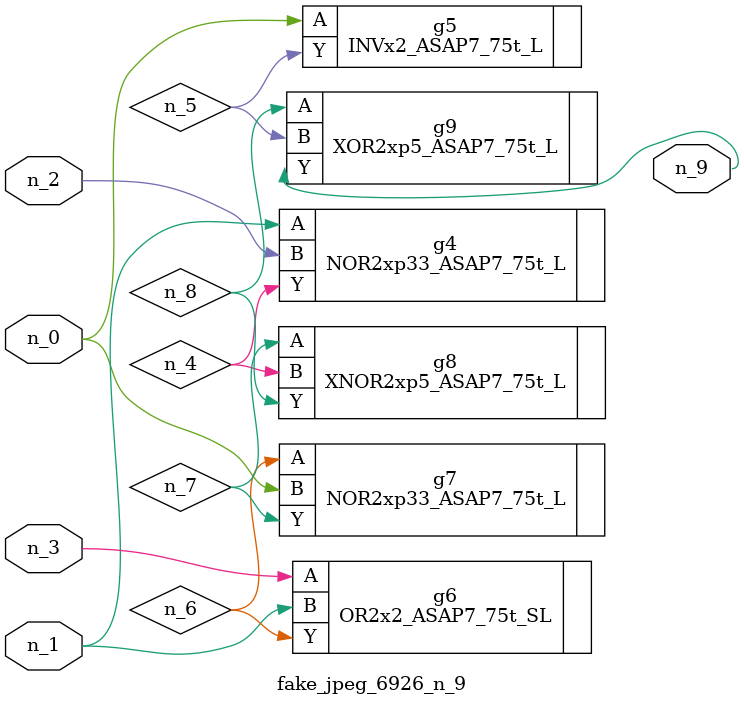
<source format=v>
module fake_jpeg_6926_n_9 (n_0, n_3, n_2, n_1, n_9);

input n_0;
input n_3;
input n_2;
input n_1;

output n_9;

wire n_4;
wire n_8;
wire n_6;
wire n_5;
wire n_7;

NOR2xp33_ASAP7_75t_L g4 ( 
.A(n_1),
.B(n_2),
.Y(n_4)
);

INVx2_ASAP7_75t_L g5 ( 
.A(n_0),
.Y(n_5)
);

OR2x2_ASAP7_75t_SL g6 ( 
.A(n_3),
.B(n_1),
.Y(n_6)
);

NOR2xp33_ASAP7_75t_L g7 ( 
.A(n_6),
.B(n_0),
.Y(n_7)
);

XNOR2xp5_ASAP7_75t_L g8 ( 
.A(n_7),
.B(n_4),
.Y(n_8)
);

XOR2xp5_ASAP7_75t_L g9 ( 
.A(n_8),
.B(n_5),
.Y(n_9)
);


endmodule
</source>
